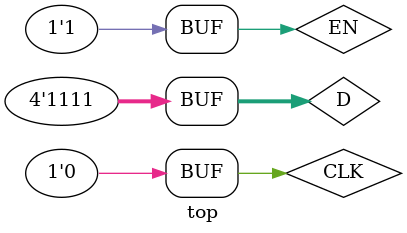
<source format=v>
module top();

reg       CLK;
reg [3:0] D;
reg       EN;
reg [3:0] Q;

always @(posedge CLK) begin
  if (EN) begin
    Q[1] <=  D[1]; 
    Q[2] <= ~D[2]; 
    Q[3] <=  D[3];
  end
end

reg failed;

(* ivl_synthesis_off *)
initial begin
  failed = 0;
  $monitor("%b %b %b %b", CLK, EN, D, Q);
  CLK = 0;
  EN = 0;
  D = 4'b0000;
  #1 CLK = 1;
  #1 CLK = 0;
  if (Q !== 4'bxxxx) failed = 1;
  EN = 1;
  #1 CLK = 1;
  #1 CLK = 0;
  if (Q !== 4'b010x) failed = 1;
  EN = 0;
  D = 4'b1111;
  #1 CLK = 1;
  #1 CLK = 0;
  if (Q !== 4'b010x) failed = 1;
  EN = 1;
  #1 CLK = 1;
  #1 CLK = 0;
  if (Q !== 4'b101x) failed = 1;
  #1;
  if (failed)
    $display("FAILED");
  else
    $display("PASSED");
end

endmodule

</source>
